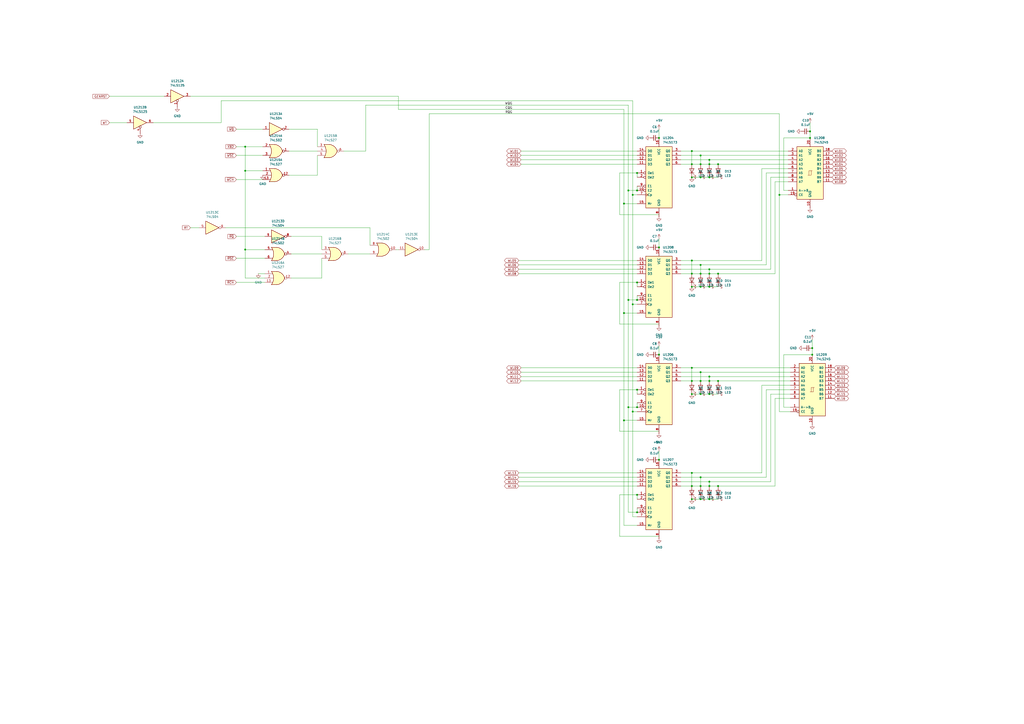
<source format=kicad_sch>
(kicad_sch (version 20231120) (generator "eeschema") (generator_version "8.0")
  (paper "A2")
  (lib_symbols
    (symbol "74xx:74LS02" (pin_names (offset 1.016))
      (property "Reference" "U" (at 0 1.27 0))
      (property "Value" "74LS02" (at 0 -1.27 0))
      (symbol "74LS02_1_1"
        (pin output inverted (at 7.62 0 180) (length 3.81) (name "~") (number "1"))
        (pin input line (at -7.62 2.54 0) (length 4.318) (name "~") (number "2"))
        (pin input line (at -7.62 -2.54 0) (length 4.318) (name "~") (number "3"))
      )
      (symbol "74LS02_1_2"
        (pin output line (at 7.62 0 180) (length 3.81) (name "~") (number "1"))
        (pin input inverted (at -7.62 2.54 0) (length 3.81) (name "~") (number "2"))
        (pin input inverted (at -7.62 -2.54 0) (length 3.81) (name "~") (number "3"))
      )
      (symbol "74LS02_2_1"
        (pin output inverted (at 7.62 0 180) (length 3.81) (name "~") (number "4"))
        (pin input line (at -7.62 2.54 0) (length 4.318) (name "~") (number "5"))
        (pin input line (at -7.62 -2.54 0) (length 4.318) (name "~") (number "6"))
      )
      (symbol "74LS02_2_2"
        (pin output line (at 7.62 0 180) (length 3.81) (name "~") (number "4"))
        (pin input inverted (at -7.62 2.54 0) (length 3.81) (name "~") (number "5"))
        (pin input inverted (at -7.62 -2.54 0) (length 3.81) (name "~") (number "6"))
      )
      (symbol "74LS02_3_1"
        (pin output inverted (at 7.62 0 180) (length 3.81) (name "~") (number "10"))
        (pin input line (at -7.62 2.54 0) (length 4.318) (name "~") (number "8"))
        (pin input line (at -7.62 -2.54 0) (length 4.318) (name "~") (number "9"))
      )
      (symbol "74LS02_3_2"
        (pin output line (at 7.62 0 180) (length 3.81) (name "~") (number "10"))
        (pin input inverted (at -7.62 2.54 0) (length 3.81) (name "~") (number "8"))
        (pin input inverted (at -7.62 -2.54 0) (length 3.81) (name "~") (number "9"))
      )
      (symbol "74LS02_4_1"
        (pin input line (at -7.62 2.54 0) (length 4.318) (name "~") (number "11"))
        (pin input line (at -7.62 -2.54 0) (length 4.318) (name "~") (number "12"))
        (pin output inverted (at 7.62 0 180) (length 3.81) (name "~") (number "13"))
      )
      (symbol "74LS02_4_2"
        (pin input inverted (at -7.62 2.54 0) (length 3.81) (name "~") (number "11"))
        (pin input inverted (at -7.62 -2.54 0) (length 3.81) (name "~") (number "12"))
        (pin output line (at 7.62 0 180) (length 3.81) (name "~") (number "13"))
      )
      (symbol "74LS02_5_0"
        (pin power_in line (at 0 12.7 270) (length 5.08) (name "VCC") (number "14"))
        (pin power_in line (at 0 -12.7 90) (length 5.08) (name "GND") (number "7"))
      )
    )
    (symbol "74xx:74LS04"
      (property "Reference" "U" (at 0 1.27 0))
      (property "Value" "74LS04" (at 0 -1.27 0))
      (symbol "74LS04_1_0"
        (pin input line (at -7.62 0 0) (length 3.81) (name "~") (number "1"))
        (pin output inverted (at 7.62 0 180) (length 3.81) (name "~") (number "2"))
      )
      (symbol "74LS04_2_0"
        (pin input line (at -7.62 0 0) (length 3.81) (name "~") (number "3"))
        (pin output inverted (at 7.62 0 180) (length 3.81) (name "~") (number "4"))
      )
      (symbol "74LS04_3_0"
        (pin input line (at -7.62 0 0) (length 3.81) (name "~") (number "5"))
        (pin output inverted (at 7.62 0 180) (length 3.81) (name "~") (number "6"))
      )
      (symbol "74LS04_4_0"
        (pin output inverted (at 7.62 0 180) (length 3.81) (name "~") (number "8"))
        (pin input line (at -7.62 0 0) (length 3.81) (name "~") (number "9"))
      )
      (symbol "74LS04_5_0"
        (pin output inverted (at 7.62 0 180) (length 3.81) (name "~") (number "10"))
        (pin input line (at -7.62 0 0) (length 3.81) (name "~") (number "11"))
      )
      (symbol "74LS04_6_0"
        (pin output inverted (at 7.62 0 180) (length 3.81) (name "~") (number "12"))
        (pin input line (at -7.62 0 0) (length 3.81) (name "~") (number "13"))
      )
      (symbol "74LS04_7_0"
        (pin power_in line (at 0 12.7 270) (length 5.08) (name "VCC") (number "14"))
        (pin power_in line (at 0 -12.7 90) (length 5.08) (name "GND") (number "7"))
      )
    )
    (symbol "74xx:74LS125" (pin_names (offset 1.016))
      (property "Reference" "U" (at 0 1.27 0))
      (property "Value" "74LS125" (at 0 -1.27 0))
      (symbol "74LS125_1_0"
        (pin input inverted (at 0 -6.35 90) (length 4.445) (name "~") (number "1"))
        (pin input line (at -7.62 0 0) (length 3.81) (name "~") (number "2"))
        (pin tri_state line (at 7.62 0 180) (length 3.81) (name "~") (number "3"))
      )
      (symbol "74LS125_2_0"
        (pin input inverted (at 0 -6.35 90) (length 4.445) (name "~") (number "4"))
        (pin input line (at -7.62 0 0) (length 3.81) (name "~") (number "5"))
        (pin tri_state line (at 7.62 0 180) (length 3.81) (name "~") (number "6"))
      )
      (symbol "74LS125_3_0"
        (pin input inverted (at 0 -6.35 90) (length 4.445) (name "~") (number "10"))
        (pin tri_state line (at 7.62 0 180) (length 3.81) (name "~") (number "8"))
        (pin input line (at -7.62 0 0) (length 3.81) (name "~") (number "9"))
      )
      (symbol "74LS125_4_0"
        (pin tri_state line (at 7.62 0 180) (length 3.81) (name "~") (number "11"))
        (pin input line (at -7.62 0 0) (length 3.81) (name "~") (number "12"))
        (pin input inverted (at 0 -6.35 90) (length 4.445) (name "~") (number "13"))
      )
      (symbol "74LS125_5_0"
        (pin power_in line (at 0 12.7 270) (length 5.08) (name "VCC") (number "14"))
        (pin power_in line (at 0 -12.7 90) (length 5.08) (name "GND") (number "7"))
      )
    )
    (symbol "74xx:74LS173" (pin_names (offset 1.016))
      (property "Reference" "U" (at -7.62 19.05 0))
      (property "Value" "74LS173" (at -7.62 -19.05 0))
      (symbol "74LS173_1_0"
        (pin input inverted (at -12.7 2.54 0) (length 5.08) (name "Oe1") (number "1"))
        (pin input inverted (at -12.7 -7.62 0) (length 5.08) (name "E2") (number "10"))
        (pin input line (at -12.7 7.62 0) (length 5.08) (name "D3") (number "11"))
        (pin input line (at -12.7 10.16 0) (length 5.08) (name "D2") (number "12"))
        (pin input line (at -12.7 12.7 0) (length 5.08) (name "D1") (number "13"))
        (pin input line (at -12.7 15.24 0) (length 5.08) (name "D0") (number "14"))
        (pin input line (at -12.7 -15.24 0) (length 5.08) (name "Mr") (number "15"))
        (pin power_in line (at 0 22.86 270) (length 5.08) (name "VCC") (number "16"))
        (pin input inverted (at -12.7 0 0) (length 5.08) (name "Oe2") (number "2"))
        (pin tri_state line (at 12.7 15.24 180) (length 5.08) (name "Q0") (number "3"))
        (pin tri_state line (at 12.7 12.7 180) (length 5.08) (name "Q1") (number "4"))
        (pin tri_state line (at 12.7 10.16 180) (length 5.08) (name "Q2") (number "5"))
        (pin tri_state line (at 12.7 7.62 180) (length 5.08) (name "Q3") (number "6"))
        (pin input clock (at -12.7 -10.16 0) (length 5.08) (name "Cp") (number "7"))
        (pin power_in line (at 0 -22.86 90) (length 5.08) (name "GND") (number "8"))
        (pin input inverted (at -12.7 -5.08 0) (length 5.08) (name "E1") (number "9"))
      )
    )
    (symbol "74xx:74LS245" (pin_names (offset 1.016))
      (property "Reference" "U" (at -7.62 16.51 0))
      (property "Value" "74LS245" (at -7.62 -16.51 0))
      (symbol "74LS245_1_0"
        (pin input line (at -12.7 -10.16 0) (length 5.08) (name "A->B") (number "1"))
        (pin power_in line (at 0 -20.32 90) (length 5.08) (name "GND") (number "10"))
        (pin tri_state line (at 12.7 -5.08 180) (length 5.08) (name "B7") (number "11"))
        (pin tri_state line (at 12.7 -2.54 180) (length 5.08) (name "B6") (number "12"))
        (pin tri_state line (at 12.7 0 180) (length 5.08) (name "B5") (number "13"))
        (pin tri_state line (at 12.7 2.54 180) (length 5.08) (name "B4") (number "14"))
        (pin tri_state line (at 12.7 5.08 180) (length 5.08) (name "B3") (number "15"))
        (pin tri_state line (at 12.7 7.62 180) (length 5.08) (name "B2") (number "16"))
        (pin tri_state line (at 12.7 10.16 180) (length 5.08) (name "B1") (number "17"))
        (pin tri_state line (at 12.7 12.7 180) (length 5.08) (name "B0") (number "18"))
        (pin input inverted (at -12.7 -12.7 0) (length 5.08) (name "CE") (number "19"))
        (pin tri_state line (at -12.7 12.7 0) (length 5.08) (name "A0") (number "2"))
        (pin power_in line (at 0 20.32 270) (length 5.08) (name "VCC") (number "20"))
        (pin tri_state line (at -12.7 10.16 0) (length 5.08) (name "A1") (number "3"))
        (pin tri_state line (at -12.7 7.62 0) (length 5.08) (name "A2") (number "4"))
        (pin tri_state line (at -12.7 5.08 0) (length 5.08) (name "A3") (number "5"))
        (pin tri_state line (at -12.7 2.54 0) (length 5.08) (name "A4") (number "6"))
        (pin tri_state line (at -12.7 0 0) (length 5.08) (name "A5") (number "7"))
        (pin tri_state line (at -12.7 -2.54 0) (length 5.08) (name "A6") (number "8"))
        (pin tri_state line (at -12.7 -5.08 0) (length 5.08) (name "A7") (number "9"))
      )
    )
    (symbol "74xx:74LS27" (pin_names (offset 1.016))
      (property "Reference" "U" (at 0 1.27 0))
      (property "Value" "74LS27" (at 0 -1.27 0))
      (symbol "74LS27_1_1"
        (pin input line (at -7.62 2.54 0) (length 4.318) (name "~") (number "1"))
        (pin output inverted (at 7.62 0 180) (length 3.81) (name "~") (number "12"))
        (pin input line (at -7.62 -2.54 0) (length 4.318) (name "~") (number "13"))
        (pin input line (at -7.62 0 0) (length 4.953) (name "~") (number "2"))
      )
      (symbol "74LS27_1_2"
        (pin input inverted (at -7.62 2.54 0) (length 3.81) (name "~") (number "1"))
        (pin output line (at 7.62 0 180) (length 3.81) (name "~") (number "12"))
        (pin input inverted (at -7.62 -2.54 0) (length 3.81) (name "~") (number "13"))
        (pin input inverted (at -7.62 0 0) (length 3.81) (name "~") (number "2"))
      )
      (symbol "74LS27_2_1"
        (pin input line (at -7.62 2.54 0) (length 4.318) (name "~") (number "3"))
        (pin input line (at -7.62 0 0) (length 4.953) (name "~") (number "4"))
        (pin input line (at -7.62 -2.54 0) (length 4.318) (name "~") (number "5"))
        (pin output inverted (at 7.62 0 180) (length 3.81) (name "~") (number "6"))
      )
      (symbol "74LS27_2_2"
        (pin input inverted (at -7.62 2.54 0) (length 3.81) (name "~") (number "3"))
        (pin input inverted (at -7.62 0 0) (length 3.81) (name "~") (number "4"))
        (pin input inverted (at -7.62 -2.54 0) (length 3.81) (name "~") (number "5"))
        (pin output line (at 7.62 0 180) (length 3.81) (name "~") (number "6"))
      )
      (symbol "74LS27_3_1"
        (pin input line (at -7.62 0 0) (length 4.953) (name "~") (number "10"))
        (pin input line (at -7.62 -2.54 0) (length 4.318) (name "~") (number "11"))
        (pin output inverted (at 7.62 0 180) (length 3.81) (name "~") (number "8"))
        (pin input line (at -7.62 2.54 0) (length 4.318) (name "~") (number "9"))
      )
      (symbol "74LS27_3_2"
        (pin input inverted (at -7.62 0 0) (length 3.81) (name "~") (number "10"))
        (pin input inverted (at -7.62 -2.54 0) (length 3.81) (name "~") (number "11"))
        (pin output line (at 7.62 0 180) (length 3.81) (name "~") (number "8"))
        (pin input inverted (at -7.62 2.54 0) (length 3.81) (name "~") (number "9"))
      )
      (symbol "74LS27_4_0"
        (pin power_in line (at 0 12.7 270) (length 5.08) (name "VCC") (number "14"))
        (pin power_in line (at 0 -12.7 90) (length 5.08) (name "GND") (number "7"))
      )
    )
    (symbol "Device:C_Small" (pin_numbers hide) (pin_names (offset 0.254) hide)
      (property "Reference" "C" (at 0.254 1.778 0))
      (property "Value" "C_Small" (at 0.254 -2.032 0))
      (symbol "C_Small_1_1"
        (pin passive line (at 0 2.54 270) (length 2.032) (name "~") (number "1"))
        (pin passive line (at 0 -2.54 90) (length 2.032) (name "~") (number "2"))
      )
    )
    (symbol "Device:LED" (pin_numbers hide) (pin_names (offset 1.016) hide)
      (property "Reference" "D" (at 0 2.54 0))
      (property "Value" "LED" (at 0 -2.54 0))
      (symbol "LED_1_1"
        (pin passive line (at -3.81 0 0) (length 2.54) (name "K") (number "1"))
        (pin passive line (at 3.81 0 180) (length 2.54) (name "A") (number "2"))
      )
    )
    (symbol "power:+5V" (power) (pin_numbers hide) (pin_names (offset 0) hide)
      (property "Value" "+5V" (at 0 3.556 0))
      (symbol "+5V_1_1"
        (pin power_in line (at 0 0 90) (length 0) (name "~") (number "1"))
      )
    )
    (symbol "power:GND" (power) (pin_numbers hide) (pin_names (offset 0) hide)
      (property "Value" "GND" (at 0 -3.81 0))
      (symbol "GND_1_1"
        (pin power_in line (at 0 0 270) (length 0) (name "~") (number "1"))
      )
    )
  )
  (junction (at 406.4 166.37))
  (junction (at 401.32 151.13))
  (junction (at 411.48 166.37))
  (junction (at 401.32 102.87))
  (junction (at 401.32 158.75))
  (junction (at 411.48 220.98))
  (junction (at 382.27 205.74))
  (junction (at 361.95 243.84))
  (junction (at 411.48 95.25))
  (junction (at 411.48 92.71))
  (junction (at 369.57 287.02))
  (junction (at 369.57 173.99))
  (junction (at 361.95 118.11))
  (junction (at 471.17 205.74))
  (junction (at 406.4 158.75))
  (junction (at 364.49 236.22))
  (junction (at 361.95 181.61))
  (junction (at 469.9 76.2))
  (junction (at 364.49 173.99))
  (junction (at 401.32 274.32))
  (junction (at 142.24 85.09))
  (junction (at 401.32 228.6))
  (junction (at 411.48 158.75))
  (junction (at 369.57 226.06))
  (junction (at 416.56 158.75))
  (junction (at 406.4 289.56))
  (junction (at 401.32 289.56))
  (junction (at 369.57 297.18))
  (junction (at 406.4 228.6))
  (junction (at 452.12 113.03))
  (junction (at 382.27 80.01))
  (junction (at 416.56 95.25))
  (junction (at 411.48 156.21))
  (junction (at 364.49 110.49))
  (junction (at 411.48 218.44))
  (junction (at 142.24 99.06))
  (junction (at 416.56 220.98))
  (junction (at 406.4 102.87))
  (junction (at 401.32 166.37))
  (junction (at 469.9 80.01))
  (junction (at 406.4 95.25))
  (junction (at 406.4 220.98))
  (junction (at 411.48 228.6))
  (junction (at 406.4 215.9))
  (junction (at 369.57 236.22))
  (junction (at 406.4 276.86))
  (junction (at 406.4 90.17))
  (junction (at 471.17 201.93))
  (junction (at 401.32 220.98))
  (junction (at 369.57 110.49))
  (junction (at 367.03 176.53))
  (junction (at 411.48 281.94))
  (junction (at 406.4 281.94))
  (junction (at 367.03 113.03))
  (junction (at 411.48 289.56))
  (junction (at 382.27 143.51))
  (junction (at 369.57 100.33))
  (junction (at 367.03 238.76))
  (junction (at 142.24 144.78))
  (junction (at 369.57 163.83))
  (junction (at 382.27 266.7))
  (junction (at 401.32 87.63))
  (junction (at 411.48 102.87))
  (junction (at 401.32 281.94))
  (junction (at 401.32 213.36))
  (junction (at 411.48 279.4))
  (junction (at 401.32 95.25))
  (junction (at 416.56 281.94))
  (junction (at 406.4 153.67))
  (wire (pts (xy 167.64 87.63) (xy 184.15 87.63)))
  (wire (pts (xy 364.49 110.49) (xy 369.57 110.49)))
  (wire (pts (xy 142.24 144.78) (xy 142.24 161.29)))
  (wire (pts (xy 394.97 276.86) (xy 406.4 276.86)))
  (wire (pts (xy 447.04 156.21) (xy 447.04 102.87)))
  (wire (pts (xy 300.99 158.75) (xy 369.57 158.75)))
  (wire (pts (xy 406.4 90.17) (xy 457.2 90.17)))
  (wire (pts (xy 137.16 137.16) (xy 153.67 137.16)))
  (wire (pts (xy 184.15 74.93) (xy 184.15 85.09)))
  (wire (pts (xy 367.03 238.76) (xy 367.03 176.53)))
  (wire (pts (xy 406.4 90.17) (xy 406.4 95.25)))
  (wire (pts (xy 394.97 220.98) (xy 401.32 220.98)))
  (wire (pts (xy 302.26 213.36) (xy 369.57 213.36)))
  (wire (pts (xy 406.4 289.56) (xy 411.48 289.56)))
  (wire (pts (xy 212.09 60.96) (xy 212.09 87.63)))
  (wire (pts (xy 137.16 163.83) (xy 153.67 163.83)))
  (wire (pts (xy 369.57 294.64) (xy 369.57 297.18)))
  (wire (pts (xy 454.66 205.74) (xy 471.17 205.74)))
  (wire (pts (xy 186.69 137.16) (xy 186.69 144.78)))
  (wire (pts (xy 416.56 220.98) (xy 458.47 220.98)))
  (wire (pts (xy 137.16 149.86) (xy 153.67 149.86)))
  (wire (pts (xy 359.41 250.19) (xy 359.41 226.06)))
  (wire (pts (xy 110.49 55.88) (xy 231.14 55.88)))
  (wire (pts (xy 401.32 87.63) (xy 401.32 95.25)))
  (wire (pts (xy 364.49 173.99) (xy 364.49 236.22)))
  (wire (pts (xy 201.93 147.32) (xy 214.63 147.32)))
  (wire (pts (xy 364.49 60.96) (xy 364.49 110.49)))
  (wire (pts (xy 458.47 231.14) (xy 449.58 231.14)))
  (wire (pts (xy 411.48 218.44) (xy 458.47 218.44)))
  (wire (pts (xy 302.26 220.98) (xy 369.57 220.98)))
  (wire (pts (xy 369.57 163.83) (xy 369.57 166.37)))
  (wire (pts (xy 411.48 92.71) (xy 411.48 95.25)))
  (wire (pts (xy 452.12 113.03) (xy 452.12 66.04)))
  (wire (pts (xy 359.41 226.06) (xy 369.57 226.06)))
  (wire (pts (xy 401.32 158.75) (xy 406.4 158.75)))
  (wire (pts (xy 394.97 213.36) (xy 401.32 213.36)))
  (wire (pts (xy 359.41 187.96) (xy 359.41 163.83)))
  (wire (pts (xy 471.17 201.93) (xy 471.17 205.74)))
  (wire (pts (xy 401.32 213.36) (xy 458.47 213.36)))
  (wire (pts (xy 411.48 289.56) (xy 416.56 289.56)))
  (wire (pts (xy 411.48 220.98) (xy 416.56 220.98)))
  (wire (pts (xy 454.66 236.22) (xy 454.66 205.74)))
  (wire (pts (xy 394.97 153.67) (xy 406.4 153.67)))
  (wire (pts (xy 369.57 238.76) (xy 367.03 238.76)))
  (wire (pts (xy 401.32 166.37) (xy 406.4 166.37)))
  (wire (pts (xy 406.4 95.25) (xy 411.48 95.25)))
  (wire (pts (xy 364.49 236.22) (xy 369.57 236.22)))
  (wire (pts (xy 441.96 223.52) (xy 458.47 223.52)))
  (wire (pts (xy 457.2 113.03) (xy 452.12 113.03)))
  (wire (pts (xy 394.97 274.32) (xy 401.32 274.32)))
  (wire (pts (xy 401.32 102.87) (xy 406.4 102.87)))
  (wire (pts (xy 441.96 151.13) (xy 441.96 97.79)))
  (wire (pts (xy 382.27 311.15) (xy 359.41 311.15)))
  (wire (pts (xy 406.4 158.75) (xy 411.48 158.75)))
  (wire (pts (xy 416.56 95.25) (xy 457.2 95.25)))
  (wire (pts (xy 401.32 228.6) (xy 406.4 228.6)))
  (wire (pts (xy 361.95 304.8) (xy 361.95 243.84)))
  (wire (pts (xy 449.58 105.41) (xy 449.58 158.75)))
  (wire (pts (xy 184.15 101.6) (xy 167.64 101.6)))
  (wire (pts (xy 444.5 226.06) (xy 444.5 276.86)))
  (wire (pts (xy 382.27 250.19) (xy 359.41 250.19)))
  (wire (pts (xy 401.32 151.13) (xy 441.96 151.13)))
  (wire (pts (xy 406.4 228.6) (xy 411.48 228.6)))
  (wire (pts (xy 137.16 104.14) (xy 152.4 104.14)))
  (wire (pts (xy 394.97 95.25) (xy 401.32 95.25)))
  (wire (pts (xy 471.17 196.85) (xy 471.17 201.93)))
  (wire (pts (xy 457.2 105.41) (xy 449.58 105.41)))
  (wire (pts (xy 128.27 58.42) (xy 367.03 58.42)))
  (wire (pts (xy 359.41 311.15) (xy 359.41 287.02)))
  (wire (pts (xy 367.03 113.03) (xy 367.03 58.42)))
  (wire (pts (xy 359.41 100.33) (xy 369.57 100.33)))
  (wire (pts (xy 447.04 102.87) (xy 457.2 102.87)))
  (wire (pts (xy 444.5 100.33) (xy 444.5 153.67)))
  (wire (pts (xy 394.97 151.13) (xy 401.32 151.13)))
  (wire (pts (xy 186.69 149.86) (xy 186.69 161.29)))
  (wire (pts (xy 411.48 158.75) (xy 416.56 158.75)))
  (wire (pts (xy 406.4 215.9) (xy 458.47 215.9)))
  (wire (pts (xy 302.26 90.17) (xy 369.57 90.17)))
  (wire (pts (xy 300.99 153.67) (xy 369.57 153.67)))
  (wire (pts (xy 302.26 92.71) (xy 369.57 92.71)))
  (wire (pts (xy 394.97 215.9) (xy 406.4 215.9)))
  (wire (pts (xy 300.99 279.4) (xy 369.57 279.4)))
  (wire (pts (xy 369.57 299.72) (xy 367.03 299.72)))
  (wire (pts (xy 411.48 95.25) (xy 416.56 95.25)))
  (wire (pts (xy 361.95 243.84) (xy 361.95 181.61)))
  (wire (pts (xy 401.32 87.63) (xy 457.2 87.63)))
  (wire (pts (xy 382.27 261.62) (xy 382.27 266.7)))
  (wire (pts (xy 369.57 243.84) (xy 361.95 243.84)))
  (wire (pts (xy 406.4 276.86) (xy 406.4 281.94)))
  (wire (pts (xy 231.14 63.5) (xy 231.14 55.88)))
  (wire (pts (xy 367.03 299.72) (xy 367.03 238.76)))
  (wire (pts (xy 300.99 276.86) (xy 369.57 276.86)))
  (wire (pts (xy 458.47 226.06) (xy 444.5 226.06)))
  (wire (pts (xy 441.96 274.32) (xy 441.96 223.52)))
  (wire (pts (xy 406.4 215.9) (xy 406.4 220.98)))
  (wire (pts (xy 458.47 236.22) (xy 454.66 236.22)))
  (wire (pts (xy 394.97 158.75) (xy 401.32 158.75)))
  (wire (pts (xy 411.48 218.44) (xy 411.48 220.98)))
  (wire (pts (xy 248.92 66.04) (xy 248.92 144.78)))
  (wire (pts (xy 168.91 147.32) (xy 186.69 147.32)))
  (wire (pts (xy 454.66 80.01) (xy 469.9 80.01)))
  (wire (pts (xy 406.4 220.98) (xy 411.48 220.98)))
  (wire (pts (xy 300.99 156.21) (xy 369.57 156.21)))
  (wire (pts (xy 394.97 156.21) (xy 411.48 156.21)))
  (wire (pts (xy 401.32 151.13) (xy 401.32 158.75)))
  (wire (pts (xy 406.4 153.67) (xy 406.4 158.75)))
  (wire (pts (xy 88.9 71.12) (xy 128.27 71.12)))
  (wire (pts (xy 411.48 156.21) (xy 411.48 158.75)))
  (wire (pts (xy 401.32 220.98) (xy 406.4 220.98)))
  (wire (pts (xy 416.56 158.75) (xy 449.58 158.75)))
  (wire (pts (xy 411.48 92.71) (xy 457.2 92.71)))
  (wire (pts (xy 63.5 71.12) (xy 73.66 71.12)))
  (wire (pts (xy 137.16 74.93) (xy 152.4 74.93)))
  (wire (pts (xy 447.04 279.4) (xy 447.04 228.6)))
  (wire (pts (xy 359.41 287.02) (xy 369.57 287.02)))
  (wire (pts (xy 153.67 158.75) (xy 149.86 158.75)))
  (wire (pts (xy 367.03 113.03) (xy 369.57 113.03)))
  (wire (pts (xy 300.99 281.94) (xy 369.57 281.94)))
  (wire (pts (xy 394.97 92.71) (xy 411.48 92.71)))
  (wire (pts (xy 406.4 276.86) (xy 444.5 276.86)))
  (wire (pts (xy 401.32 274.32) (xy 401.32 281.94)))
  (wire (pts (xy 369.57 233.68) (xy 369.57 236.22)))
  (wire (pts (xy 411.48 228.6) (xy 416.56 228.6)))
  (wire (pts (xy 382.27 74.93) (xy 382.27 80.01)))
  (wire (pts (xy 406.4 153.67) (xy 444.5 153.67)))
  (wire (pts (xy 406.4 281.94) (xy 411.48 281.94)))
  (wire (pts (xy 364.49 110.49) (xy 364.49 173.99)))
  (wire (pts (xy 469.9 76.2) (xy 469.9 80.01)))
  (wire (pts (xy 137.16 85.09) (xy 142.24 85.09)))
  (wire (pts (xy 369.57 100.33) (xy 369.57 102.87)))
  (wire (pts (xy 361.95 181.61) (xy 361.95 118.11)))
  (wire (pts (xy 447.04 228.6) (xy 458.47 228.6)))
  (wire (pts (xy 364.49 297.18) (xy 369.57 297.18)))
  (wire (pts (xy 248.92 66.04) (xy 452.12 66.04)))
  (wire (pts (xy 401.32 274.32) (xy 441.96 274.32)))
  (wire (pts (xy 367.03 176.53) (xy 367.03 113.03)))
  (wire (pts (xy 142.24 99.06) (xy 152.4 99.06)))
  (wire (pts (xy 457.2 110.49) (xy 454.66 110.49)))
  (wire (pts (xy 369.57 107.95) (xy 369.57 110.49)))
  (wire (pts (xy 382.27 138.43) (xy 382.27 143.51)))
  (wire (pts (xy 411.48 156.21) (xy 447.04 156.21)))
  (wire (pts (xy 167.64 74.93) (xy 184.15 74.93)))
  (wire (pts (xy 302.26 95.25) (xy 369.57 95.25)))
  (wire (pts (xy 142.24 99.06) (xy 142.24 144.78)))
  (wire (pts (xy 359.41 163.83) (xy 369.57 163.83)))
  (wire (pts (xy 110.49 132.08) (xy 115.57 132.08)))
  (wire (pts (xy 302.26 218.44) (xy 369.57 218.44)))
  (wire (pts (xy 369.57 118.11) (xy 361.95 118.11)))
  (wire (pts (xy 302.26 215.9) (xy 369.57 215.9)))
  (wire (pts (xy 394.97 90.17) (xy 406.4 90.17)))
  (wire (pts (xy 367.03 176.53) (xy 369.57 176.53)))
  (wire (pts (xy 401.32 281.94) (xy 406.4 281.94)))
  (wire (pts (xy 449.58 231.14) (xy 449.58 281.94)))
  (wire (pts (xy 142.24 85.09) (xy 152.4 85.09)))
  (wire (pts (xy 406.4 166.37) (xy 411.48 166.37)))
  (wire (pts (xy 130.81 132.08) (xy 214.63 132.08)))
  (wire (pts (xy 411.48 279.4) (xy 447.04 279.4)))
  (wire (pts (xy 411.48 281.94) (xy 416.56 281.94)))
  (wire (pts (xy 411.48 102.87) (xy 416.56 102.87)))
  (wire (pts (xy 369.57 287.02) (xy 369.57 289.56)))
  (wire (pts (xy 382.27 124.46) (xy 359.41 124.46)))
  (wire (pts (xy 184.15 90.17) (xy 184.15 101.6)))
  (wire (pts (xy 469.9 71.12) (xy 469.9 76.2)))
  (wire (pts (xy 212.09 87.63) (xy 199.39 87.63)))
  (wire (pts (xy 369.57 181.61) (xy 361.95 181.61)))
  (wire (pts (xy 394.97 281.94) (xy 401.32 281.94)))
  (wire (pts (xy 128.27 58.42) (xy 128.27 71.12)))
  (wire (pts (xy 168.91 161.29) (xy 186.69 161.29)))
  (wire (pts (xy 369.57 171.45) (xy 369.57 173.99)))
  (wire (pts (xy 364.49 173.99) (xy 369.57 173.99)))
  (wire (pts (xy 394.97 87.63) (xy 401.32 87.63)))
  (wire (pts (xy 369.57 226.06) (xy 369.57 228.6)))
  (wire (pts (xy 401.32 95.25) (xy 406.4 95.25)))
  (wire (pts (xy 364.49 236.22) (xy 364.49 297.18)))
  (wire (pts (xy 229.87 144.78) (xy 231.14 144.78)))
  (wire (pts (xy 95.25 55.88) (xy 63.5 55.88)))
  (wire (pts (xy 369.57 304.8) (xy 361.95 304.8)))
  (wire (pts (xy 457.2 100.33) (xy 444.5 100.33)))
  (wire (pts (xy 214.63 132.08) (xy 214.63 142.24)))
  (wire (pts (xy 441.96 97.79) (xy 457.2 97.79)))
  (wire (pts (xy 382.27 200.66) (xy 382.27 205.74)))
  (wire (pts (xy 382.27 187.96) (xy 359.41 187.96)))
  (wire (pts (xy 142.24 85.09) (xy 142.24 99.06)))
  (wire (pts (xy 452.12 113.03) (xy 452.12 238.76)))
  (wire (pts (xy 394.97 279.4) (xy 411.48 279.4)))
  (wire (pts (xy 231.14 63.5) (xy 361.95 63.5)))
  (wire (pts (xy 401.32 289.56) (xy 406.4 289.56)))
  (wire (pts (xy 302.26 87.63) (xy 369.57 87.63)))
  (wire (pts (xy 452.12 238.76) (xy 458.47 238.76)))
  (wire (pts (xy 394.97 218.44) (xy 411.48 218.44)))
  (wire (pts (xy 300.99 274.32) (xy 369.57 274.32)))
  (wire (pts (xy 411.48 279.4) (xy 411.48 281.94)))
  (wire (pts (xy 406.4 102.87) (xy 411.48 102.87)))
  (wire (pts (xy 454.66 110.49) (xy 454.66 80.01)))
  (wire (pts (xy 300.99 151.13) (xy 369.57 151.13)))
  (wire (pts (xy 168.91 137.16) (xy 186.69 137.16)))
  (wire (pts (xy 142.24 144.78) (xy 153.67 144.78)))
  (wire (pts (xy 212.09 60.96) (xy 364.49 60.96)))
  (wire (pts (xy 361.95 118.11) (xy 361.95 63.5)))
  (wire (pts (xy 401.32 213.36) (xy 401.32 220.98)))
  (wire (pts (xy 416.56 281.94) (xy 449.58 281.94)))
  (wire (pts (xy 411.48 166.37) (xy 416.56 166.37)))
  (wire (pts (xy 142.24 161.29) (xy 153.67 161.29)))
  (wire (pts (xy 359.41 124.46) (xy 359.41 100.33)))
  (wire (pts (xy 137.16 90.17) (xy 152.4 90.17)))
  (wire (pts (xy 246.38 144.78) (xy 248.92 144.78)))
  (label "RQG" (at 297.18 66.04 180))
  (label "CQG" (at 297.18 63.5 180))
  (label "WQG" (at 297.18 60.96 180))
  (global_label "~{WCH}" (shape input) (at 137.16 104.14 180) (property "Intersheetrefs" "${INTERSHEET_REFS}" (effects (hide yes))))
  (global_label "WL06" (shape tri_state) (at 300.99 153.67 180) (property "Intersheetrefs" "${INTERSHEET_REFS}" (effects (hide yes))))
  (global_label "~{RQ}" (shape input) (at 137.16 137.16 180) (property "Intersheetrefs" "${INTERSHEET_REFS}" (effects (hide yes))))
  (global_label "WL01" (shape tri_state) (at 482.6 87.63 0) (property "Intersheetrefs" "${INTERSHEET_REFS}" (effects (hide yes))))
  (global_label "WL05" (shape tri_state) (at 300.99 151.13 180) (property "Intersheetrefs" "${INTERSHEET_REFS}" (effects (hide yes))))
  (global_label "WL04" (shape tri_state) (at 302.26 95.25 180) (property "Intersheetrefs" "${INTERSHEET_REFS}" (effects (hide yes))))
  (global_label "WL07" (shape tri_state) (at 482.6 102.87 0) (property "Intersheetrefs" "${INTERSHEET_REFS}" (effects (hide yes))))
  (global_label "~{RCH}" (shape input) (at 137.16 163.83 180) (property "Intersheetrefs" "${INTERSHEET_REFS}" (effects (hide yes))))
  (global_label "WL11" (shape tri_state) (at 483.87 218.44 0) (property "Intersheetrefs" "${INTERSHEET_REFS}" (effects (hide yes))))
  (global_label "WL06" (shape tri_state) (at 482.6 100.33 0) (property "Intersheetrefs" "${INTERSHEET_REFS}" (effects (hide yes))))
  (global_label "WL08" (shape tri_state) (at 482.6 105.41 0) (property "Intersheetrefs" "${INTERSHEET_REFS}" (effects (hide yes))))
  (global_label "~{WQ}" (shape input) (at 137.16 74.93 180) (property "Intersheetrefs" "${INTERSHEET_REFS}" (effects (hide yes))))
  (global_label "WL02" (shape tri_state) (at 482.6 90.17 0) (property "Intersheetrefs" "${INTERSHEET_REFS}" (effects (hide yes))))
  (global_label "WL02" (shape tri_state) (at 302.26 90.17 180) (property "Intersheetrefs" "${INTERSHEET_REFS}" (effects (hide yes))))
  (global_label "WL10" (shape tri_state) (at 483.87 215.9 0) (property "Intersheetrefs" "${INTERSHEET_REFS}" (effects (hide yes))))
  (global_label "WL05" (shape tri_state) (at 482.6 97.79 0) (property "Intersheetrefs" "${INTERSHEET_REFS}" (effects (hide yes))))
  (global_label "~{WSC}" (shape input) (at 137.16 90.17 180) (property "Intersheetrefs" "${INTERSHEET_REFS}" (effects (hide yes))))
  (global_label "WL11" (shape tri_state) (at 302.26 218.44 180) (property "Intersheetrefs" "${INTERSHEET_REFS}" (effects (hide yes))))
  (global_label "WL08" (shape tri_state) (at 300.99 158.75 180) (property "Intersheetrefs" "${INTERSHEET_REFS}" (effects (hide yes))))
  (global_label "WL14" (shape tri_state) (at 300.99 276.86 180) (property "Intersheetrefs" "${INTERSHEET_REFS}" (effects (hide yes))))
  (global_label "WL12" (shape tri_state) (at 483.87 220.98 0) (property "Intersheetrefs" "${INTERSHEET_REFS}" (effects (hide yes))))
  (global_label "WL09" (shape tri_state) (at 483.87 213.36 0) (property "Intersheetrefs" "${INTERSHEET_REFS}" (effects (hide yes))))
  (global_label "WL15" (shape tri_state) (at 300.99 279.4 180) (property "Intersheetrefs" "${INTERSHEET_REFS}" (effects (hide yes))))
  (global_label "~{XB2}" (shape input) (at 137.16 85.09 180) (property "Intersheetrefs" "${INTERSHEET_REFS}" (effects (hide yes))))
  (global_label "~{RSC}" (shape input) (at 137.16 149.86 180) (property "Intersheetrefs" "${INTERSHEET_REFS}" (effects (hide yes))))
  (global_label "GENRST" (shape input) (at 63.5 55.88 180) (property "Intersheetrefs" "${INTERSHEET_REFS}" (effects (hide yes))))
  (global_label "WL16" (shape tri_state) (at 483.87 231.14 0) (property "Intersheetrefs" "${INTERSHEET_REFS}" (effects (hide yes))))
  (global_label "WL10" (shape tri_state) (at 302.26 215.9 180) (property "Intersheetrefs" "${INTERSHEET_REFS}" (effects (hide yes))))
  (global_label "WL03" (shape tri_state) (at 302.26 92.71 180) (property "Intersheetrefs" "${INTERSHEET_REFS}" (effects (hide yes))))
  (global_label "WL13" (shape tri_state) (at 300.99 274.32 180) (property "Intersheetrefs" "${INTERSHEET_REFS}" (effects (hide yes))))
  (global_label "WL09" (shape tri_state) (at 302.26 213.36 180) (property "Intersheetrefs" "${INTERSHEET_REFS}" (effects (hide yes))))
  (global_label "WL12" (shape tri_state) (at 302.26 220.98 180) (property "Intersheetrefs" "${INTERSHEET_REFS}" (effects (hide yes))))
  (global_label "WL16" (shape tri_state) (at 300.99 281.94 180) (property "Intersheetrefs" "${INTERSHEET_REFS}" (effects (hide yes))))
  (global_label "WL15" (shape tri_state) (at 483.87 228.6 0) (property "Intersheetrefs" "${INTERSHEET_REFS}" (effects (hide yes))))
  (global_label "WL13" (shape tri_state) (at 483.87 223.52 0) (property "Intersheetrefs" "${INTERSHEET_REFS}" (effects (hide yes))))
  (global_label "RT" (shape input) (at 110.49 132.08 180) (property "Intersheetrefs" "${INTERSHEET_REFS}" (effects (hide yes))))
  (global_label "WL07" (shape tri_state) (at 300.99 156.21 180) (property "Intersheetrefs" "${INTERSHEET_REFS}" (effects (hide yes))))
  (global_label "WT" (shape input) (at 63.5 71.12 180) (property "Intersheetrefs" "${INTERSHEET_REFS}" (effects (hide yes))))
  (global_label "WL01" (shape tri_state) (at 302.26 87.63 180) (property "Intersheetrefs" "${INTERSHEET_REFS}" (effects (hide yes))))
  (global_label "WL03" (shape tri_state) (at 482.6 92.71 0) (property "Intersheetrefs" "${INTERSHEET_REFS}" (effects (hide yes))))
  (global_label "WL14" (shape tri_state) (at 483.87 226.06 0) (property "Intersheetrefs" "${INTERSHEET_REFS}" (effects (hide yes))))
  (global_label "WL04" (shape tri_state) (at 482.6 95.25 0) (property "Intersheetrefs" "${INTERSHEET_REFS}" (effects (hide yes))))
  (symbol (lib_id "power:GND") (at 377.19 266.7 270) (unit 1)
    (property "Reference" "#PWR019" (effects (hide yes)))
    (property "Value" "GND" (at 373.38 266.6999 90) (effects (justify right)))
    (property "Description" "Power symbol creates a global label with name \"GND\" , ground" (effects (hide yes)))
  )
  (symbol (lib_id "power:GND") (at 382.27 189.23 0) (unit 1)
    (property "Reference" "#PWR023" (effects (hide yes)))
    (property "Value" "GND" (at 382.27 194.31 0))
    (property "Description" "Power symbol creates a global label with name \"GND\" , ground" (effects (hide yes)))
  )
  (symbol (lib_id "Device:LED") (at 411.48 162.56 90) (unit 1)
    (property "Reference" "D10" (at 415.29 162.8774 90) (effects (justify right)))
    (property "Value" "LED" (at 415.29 165.4174 90) (effects (justify right)))
    (property "Footprint" "LED_THT:LED_D5.0mm_Horizontal_O6.35mm_Z9.0mm" (effects (hide yes)))
    (property "Description" "Light emitting diode" (effects (hide yes)))
  )
  (symbol (lib_id "power:+5V") (at 382.27 200.66 0) (unit 1)
    (property "Reference" "#PWR024" (effects (hide yes)))
    (property "Value" "+5V" (at 382.27 195.58 0))
    (property "Description" "Power symbol creates a global label with name \"+5V\"" (effects (hide yes)))
  )
  (symbol (lib_id "power:GND") (at 401.32 102.87 0) (unit 1)
    (property "Reference" "#PWR028" (effects (hide yes)))
    (property "Value" "GND" (at 401.32 107.95 0))
    (property "Description" "Power symbol creates a global label with name \"GND\" , ground" (effects (hide yes)))
  )
  (symbol (lib_id "Device:LED") (at 416.56 99.06 90) (unit 1)
    (property "Reference" "D13" (at 420.37 99.3774 90) (effects (justify right)))
    (property "Value" "LED" (at 420.37 101.9174 90) (effects (justify right)))
    (property "Footprint" "LED_THT:LED_D5.0mm_Horizontal_O6.35mm_Z9.0mm" (effects (hide yes)))
    (property "Description" "Light emitting diode" (effects (hide yes)))
  )
  (symbol (lib_id "Device:C_Small") (at 379.73 266.7 90) (unit 1)
    (property "Reference" "C9" (at 379.7363 260.35 90))
    (property "Value" "0.1uF" (at 379.7363 262.89 90))
    (property "Footprint" "Capacitor_THT:C_Disc_D5.0mm_W2.5mm_P5.00mm" (effects (hide yes)))
    (property "Description" "Unpolarized capacitor, small symbol" (effects (hide yes)))
  )
  (symbol (lib_id "power:GND") (at 152.4 101.6 0) (unit 1)
    (property "Reference" "#PWR0690" (effects (hide yes)))
    (property "Value" "GND" (at 152.4 106.68 0))
    (property "Description" "Power symbol creates a global label with name \"GND\" , ground" (effects (hide yes)))
  )
  (symbol (lib_id "power:GND") (at 401.32 166.37 0) (unit 1)
    (property "Reference" "#PWR029" (effects (hide yes)))
    (property "Value" "GND" (at 401.32 171.45 0))
    (property "Description" "Power symbol creates a global label with name \"GND\" , ground" (effects (hide yes)))
  )
  (symbol (lib_id "power:GND") (at 466.09 201.93 270) (unit 1)
    (property "Reference" "#PWR033" (effects (hide yes)))
    (property "Value" "GND" (at 462.28 201.9299 90) (effects (justify right)))
    (property "Description" "Power symbol creates a global label with name \"GND\" , ground" (effects (hide yes)))
  )
  (symbol (lib_id "power:+5V") (at 471.17 196.85 0) (unit 1)
    (property "Reference" "#PWR036" (effects (hide yes)))
    (property "Value" "+5V" (at 471.17 191.77 0))
    (property "Description" "Power symbol creates a global label with name \"+5V\"" (effects (hide yes)))
  )
  (symbol (lib_id "power:GND") (at 382.27 312.42 0) (unit 1)
    (property "Reference" "#PWR027" (effects (hide yes)))
    (property "Value" "GND" (at 382.27 317.5 0))
    (property "Description" "Power symbol creates a global label with name \"GND\" , ground" (effects (hide yes)))
  )
  (symbol (lib_id "power:GND") (at 377.19 143.51 270) (unit 1)
    (property "Reference" "#PWR017" (effects (hide yes)))
    (property "Value" "GND" (at 373.38 143.5099 90) (effects (justify right)))
    (property "Description" "Power symbol creates a global label with name \"GND\" , ground" (effects (hide yes)))
  )
  (symbol (lib_id "Device:LED") (at 401.32 99.06 90) (unit 1)
    (property "Reference" "D1" (at 405.13 99.3774 90) (effects (justify right)))
    (property "Value" "LED" (at 405.13 101.9174 90) (effects (justify right)))
    (property "Footprint" "LED_THT:LED_D5.0mm_Horizontal_O6.35mm_Z9.0mm" (effects (hide yes)))
    (property "Description" "Light emitting diode" (effects (hide yes)))
  )
  (symbol (lib_id "74xx:74LS173") (at 382.27 289.56 0) (unit 1)
    (property "Reference" "U1207" (at 384.4641 266.7 0) (effects (justify left)))
    (property "Value" "74LS173" (at 384.4641 269.24 0) (effects (justify left)))
    (property "Footprint" "Package_DIP:DIP-16_W7.62mm" (effects (hide yes)))
    (property "Datasheet" "http://www.ti.com/lit/gpn/sn74LS173" (effects (hide yes)))
    (property "Description" "4-bit D-type Register, 3 state out" (effects (hide yes)))
  )
  (symbol (lib_id "power:GND") (at 469.9 120.65 0) (unit 1)
    (property "Reference" "#PWR035" (effects (hide yes)))
    (property "Value" "GND" (at 469.9 125.73 0))
    (property "Description" "Power symbol creates a global label with name \"GND\" , ground" (effects (hide yes)))
  )
  (symbol (lib_id "power:GND") (at 81.28 77.47 0) (unit 1)
    (property "Reference" "#PWR0672" (effects (hide yes)))
    (property "Value" "GND" (at 81.28 82.55 0))
    (property "Description" "Power symbol creates a global label with name \"GND\" , ground" (effects (hide yes)))
  )
  (symbol (lib_id "power:+5V") (at 382.27 138.43 0) (unit 1)
    (property "Reference" "#PWR022" (effects (hide yes)))
    (property "Value" "+5V" (at 382.27 133.35 0))
    (property "Description" "Power symbol creates a global label with name \"+5V\"" (effects (hide yes)))
  )
  (symbol (lib_id "Device:LED") (at 406.4 285.75 90) (unit 1)
    (property "Reference" "D8" (at 410.21 286.0674 90) (effects (justify right)))
    (property "Value" "LED" (at 410.21 288.6074 90) (effects (justify right)))
    (property "Footprint" "LED_THT:LED_D5.0mm_Horizontal_O6.35mm_Z9.0mm" (effects (hide yes)))
    (property "Description" "Light emitting diode" (effects (hide yes)))
  )
  (symbol (lib_id "74xx:74LS27") (at 161.29 161.29 0) (unit 1)
    (property "Reference" "U1216" (at 161.29 152.4 0))
    (property "Value" "74LS27" (at 161.29 154.94 0))
    (property "Footprint" "Package_DIP:DIP-14_W7.62mm" (effects (hide yes)))
    (property "Datasheet" "http://www.ti.com/lit/gpn/sn74LS27" (effects (hide yes)))
    (property "Description" "Triple 3-input NOR" (effects (hide yes)))
  )
  (symbol (lib_id "power:GND") (at 471.17 246.38 0) (unit 1)
    (property "Reference" "#PWR037" (effects (hide yes)))
    (property "Value" "GND" (at 471.17 251.46 0))
    (property "Description" "Power symbol creates a global label with name \"GND\" , ground" (effects (hide yes)))
  )
  (symbol (lib_id "Device:C_Small") (at 379.73 143.51 90) (unit 1)
    (property "Reference" "C7" (at 379.7363 137.16 90))
    (property "Value" "0.1uF" (at 379.7363 139.7 90))
    (property "Footprint" "Capacitor_THT:C_Disc_D5.0mm_W2.5mm_P5.00mm" (effects (hide yes)))
    (property "Description" "Unpolarized capacitor, small symbol" (effects (hide yes)))
  )
  (symbol (lib_id "Device:LED") (at 416.56 162.56 90) (unit 1)
    (property "Reference" "D14" (at 420.37 162.8774 90) (effects (justify right)))
    (property "Value" "LED" (at 420.37 165.4174 90) (effects (justify right)))
    (property "Footprint" "LED_THT:LED_D5.0mm_Horizontal_O6.35mm_Z9.0mm" (effects (hide yes)))
    (property "Description" "Light emitting diode" (effects (hide yes)))
  )
  (symbol (lib_id "74xx:74LS04") (at 161.29 137.16 0) (unit 4)
    (property "Reference" "U1213" (at 161.29 128.27 0))
    (property "Value" "74LS04" (at 161.29 130.81 0))
    (property "Footprint" "Package_DIP:DIP-14_W7.62mm" (effects (hide yes)))
    (property "Datasheet" "http://www.ti.com/lit/gpn/sn74LS04" (effects (hide yes)))
    (property "Description" "Hex Inverter" (effects (hide yes)))
  )
  (symbol (lib_id "74xx:74LS173") (at 382.27 102.87 0) (unit 1)
    (property "Reference" "U1204" (at 384.4641 80.01 0) (effects (justify left)))
    (property "Value" "74LS173" (at 384.4641 82.55 0) (effects (justify left)))
    (property "Footprint" "Package_DIP:DIP-16_W7.62mm" (effects (hide yes)))
    (property "Datasheet" "http://www.ti.com/lit/gpn/sn74LS173" (effects (hide yes)))
    (property "Description" "4-bit D-type Register, 3 state out" (effects (hide yes)))
  )
  (symbol (lib_id "Device:LED") (at 416.56 285.75 90) (unit 1)
    (property "Reference" "D16" (at 420.37 286.0674 90) (effects (justify right)))
    (property "Value" "LED" (at 420.37 288.6074 90) (effects (justify right)))
    (property "Footprint" "LED_THT:LED_D5.0mm_Horizontal_O6.35mm_Z9.0mm" (effects (hide yes)))
    (property "Description" "Light emitting diode" (effects (hide yes)))
  )
  (symbol (lib_id "74xx:74LS02") (at 160.02 87.63 0) (unit 1)
    (property "Reference" "U1214" (at 160.02 78.74 0))
    (property "Value" "74LS02" (at 160.02 81.28 0))
    (property "Datasheet" "http://www.ti.com/lit/gpn/sn74ls02" (effects (hide yes)))
    (property "Description" "quad 2-input NOR gate" (effects (hide yes)))
  )
  (symbol (lib_id "74xx:74LS173") (at 382.27 166.37 0) (unit 1)
    (property "Reference" "U1208" (at 384.4641 143.51 0) (effects (justify left)))
    (property "Value" "74LS173" (at 384.4641 146.05 0) (effects (justify left)))
    (property "Footprint" "Package_DIP:DIP-16_W7.62mm" (effects (hide yes)))
    (property "Datasheet" "http://www.ti.com/lit/gpn/sn74LS173" (effects (hide yes)))
    (property "Description" "4-bit D-type Register, 3 state out" (effects (hide yes)))
  )
  (symbol (lib_id "power:+5V") (at 469.9 71.12 0) (unit 1)
    (property "Reference" "#PWR034" (effects (hide yes)))
    (property "Value" "+5V" (at 469.9 66.04 0))
    (property "Description" "Power symbol creates a global label with name \"+5V\"" (effects (hide yes)))
  )
  (symbol (lib_id "Device:C_Small") (at 467.36 76.2 90) (unit 1)
    (property "Reference" "C10" (at 467.3663 69.85 90))
    (property "Value" "0.1uF" (at 467.3663 72.39 90))
    (property "Footprint" "Capacitor_THT:C_Disc_D5.0mm_W2.5mm_P5.00mm" (effects (hide yes)))
    (property "Description" "Unpolarized capacitor, small symbol" (effects (hide yes)))
  )
  (symbol (lib_id "74xx:74LS245") (at 471.17 226.06 0) (unit 1)
    (property "Reference" "U1209" (at 473.3641 205.74 0) (effects (justify left)))
    (property "Value" "74LS245" (at 473.3641 208.28 0) (effects (justify left)))
    (property "Footprint" "Package_DIP:DIP-20_W7.62mm" (effects (hide yes)))
    (property "Datasheet" "http://www.ti.com/lit/gpn/sn74LS245" (effects (hide yes)))
    (property "Description" "Octal BUS Transceivers, 3-State outputs" (effects (hide yes)))
  )
  (symbol (lib_id "74xx:74LS04") (at 160.02 74.93 0) (unit 1)
    (property "Reference" "U1213" (at 160.02 66.04 0))
    (property "Value" "74LS04" (at 160.02 68.58 0))
    (property "Footprint" "Package_DIP:DIP-14_W7.62mm" (effects (hide yes)))
    (property "Datasheet" "http://www.ti.com/lit/gpn/sn74LS04" (effects (hide yes)))
    (property "Description" "Hex Inverter" (effects (hide yes)))
  )
  (symbol (lib_id "74xx:74LS04") (at 123.19 132.08 0) (unit 3)
    (property "Reference" "U1213" (at 123.19 123.19 0))
    (property "Value" "74LS04" (at 123.19 125.73 0))
    (property "Footprint" "Package_DIP:DIP-14_W7.62mm" (effects (hide yes)))
    (property "Datasheet" "http://www.ti.com/lit/gpn/sn74LS04" (effects (hide yes)))
    (property "Description" "Hex Inverter" (effects (hide yes)))
  )
  (symbol (lib_id "power:GND") (at 377.19 80.01 270) (unit 1)
    (property "Reference" "#PWR016" (effects (hide yes)))
    (property "Value" "GND" (at 373.38 80.0099 90) (effects (justify right)))
    (property "Description" "Power symbol creates a global label with name \"GND\" , ground" (effects (hide yes)))
  )
  (symbol (lib_id "Device:C_Small") (at 379.73 205.74 90) (unit 1)
    (property "Reference" "C8" (at 379.7363 199.39 90))
    (property "Value" "0.1uF" (at 379.7363 201.93 90))
    (property "Footprint" "Capacitor_THT:C_Disc_D5.0mm_W2.5mm_P5.00mm" (effects (hide yes)))
    (property "Description" "Unpolarized capacitor, small symbol" (effects (hide yes)))
  )
  (symbol (lib_id "Device:C_Small") (at 468.63 201.93 90) (unit 1)
    (property "Reference" "C11" (at 468.6363 195.58 90))
    (property "Value" "0.1uF" (at 468.6363 198.12 90))
    (property "Footprint" "Capacitor_THT:C_Disc_D5.0mm_W2.5mm_P5.00mm" (effects (hide yes)))
    (property "Description" "Unpolarized capacitor, small symbol" (effects (hide yes)))
  )
  (symbol (lib_id "Device:LED") (at 406.4 224.79 90) (unit 1)
    (property "Reference" "D7" (at 410.21 225.1074 90) (effects (justify right)))
    (property "Value" "LED" (at 410.21 227.6474 90) (effects (justify right)))
    (property "Footprint" "LED_THT:LED_D5.0mm_Horizontal_O6.35mm_Z9.0mm" (effects (hide yes)))
    (property "Description" "Light emitting diode" (effects (hide yes)))
  )
  (symbol (lib_id "74xx:74LS173") (at 382.27 228.6 0) (unit 1)
    (property "Reference" "U1206" (at 384.4641 205.74 0) (effects (justify left)))
    (property "Value" "74LS173" (at 384.4641 208.28 0) (effects (justify left)))
    (property "Footprint" "Package_DIP:DIP-16_W7.62mm" (effects (hide yes)))
    (property "Datasheet" "http://www.ti.com/lit/gpn/sn74LS173" (effects (hide yes)))
    (property "Description" "4-bit D-type Register, 3 state out" (effects (hide yes)))
  )
  (symbol (lib_id "Device:LED") (at 411.48 99.06 90) (unit 1)
    (property "Reference" "D9" (at 415.29 99.3774 90) (effects (justify right)))
    (property "Value" "LED" (at 415.29 101.9174 90) (effects (justify right)))
    (property "Footprint" "LED_THT:LED_D5.0mm_Horizontal_O6.35mm_Z9.0mm" (effects (hide yes)))
    (property "Description" "Light emitting diode" (effects (hide yes)))
  )
  (symbol (lib_id "Device:LED") (at 406.4 99.06 90) (unit 1)
    (property "Reference" "D5" (at 410.21 99.3774 90) (effects (justify right)))
    (property "Value" "LED" (at 410.21 101.9174 90) (effects (justify right)))
    (property "Footprint" "LED_THT:LED_D5.0mm_Horizontal_O6.35mm_Z9.0mm" (effects (hide yes)))
    (property "Description" "Light emitting diode" (effects (hide yes)))
  )
  (symbol (lib_id "74xx:74LS245") (at 469.9 100.33 0) (unit 1)
    (property "Reference" "U1208" (at 472.0941 80.01 0) (effects (justify left)))
    (property "Value" "74LS245" (at 472.0941 82.55 0) (effects (justify left)))
    (property "Footprint" "Package_DIP:DIP-20_W7.62mm" (effects (hide yes)))
    (property "Datasheet" "http://www.ti.com/lit/gpn/sn74LS245" (effects (hide yes)))
    (property "Description" "Octal BUS Transceivers, 3-State outputs" (effects (hide yes)))
  )
  (symbol (lib_id "power:GND") (at 149.86 158.75 0) (unit 1)
    (property "Reference" "#PWR0166" (effects (hide yes)))
    (property "Value" "GND" (at 149.86 163.83 0))
    (property "Description" "Power symbol creates a global label with name \"GND\" , ground" (effects (hide yes)))
  )
  (symbol (lib_id "Device:LED") (at 401.32 224.79 90) (unit 1)
    (property "Reference" "D3" (at 405.13 225.1074 90) (effects (justify right)))
    (property "Value" "LED" (at 405.13 227.6474 90) (effects (justify right)))
    (property "Footprint" "LED_THT:LED_D5.0mm_Horizontal_O6.35mm_Z9.0mm" (effects (hide yes)))
    (property "Description" "Light emitting diode" (effects (hide yes)))
  )
  (symbol (lib_id "74xx:74LS04") (at 238.76 144.78 0) (unit 5)
    (property "Reference" "U1213" (at 238.76 135.89 0))
    (property "Value" "74LS04" (at 238.76 138.43 0))
    (property "Footprint" "Package_DIP:DIP-14_W7.62mm" (effects (hide yes)))
    (property "Datasheet" "http://www.ti.com/lit/gpn/sn74LS04" (effects (hide yes)))
    (property "Description" "Hex Inverter" (effects (hide yes)))
  )
  (symbol (lib_id "power:GND") (at 377.19 205.74 270) (unit 1)
    (property "Reference" "#PWR018" (effects (hide yes)))
    (property "Value" "GND" (at 373.38 205.7399 90) (effects (justify right)))
    (property "Description" "Power symbol creates a global label with name \"GND\" , ground" (effects (hide yes)))
  )
  (symbol (lib_id "Device:LED") (at 406.4 162.56 90) (unit 1)
    (property "Reference" "D6" (at 410.21 162.8774 90) (effects (justify right)))
    (property "Value" "LED" (at 410.21 165.4174 90) (effects (justify right)))
    (property "Footprint" "LED_THT:LED_D5.0mm_Horizontal_O6.35mm_Z9.0mm" (effects (hide yes)))
    (property "Description" "Light emitting diode" (effects (hide yes)))
  )
  (symbol (lib_id "power:GND") (at 102.87 62.23 0) (unit 1)
    (property "Reference" "#PWR0673" (effects (hide yes)))
    (property "Value" "GND" (at 102.87 67.31 0))
    (property "Description" "Power symbol creates a global label with name \"GND\" , ground" (effects (hide yes)))
  )
  (symbol (lib_id "74xx:74LS02") (at 161.29 147.32 0) (unit 2)
    (property "Reference" "U1214" (at 161.29 138.43 0))
    (property "Value" "74LS02" (at 161.29 140.97 0))
    (property "Datasheet" "http://www.ti.com/lit/gpn/sn74ls02" (effects (hide yes)))
    (property "Description" "quad 2-input NOR gate" (effects (hide yes)))
  )
  (symbol (lib_id "power:GND") (at 382.27 251.46 0) (unit 1)
    (property "Reference" "#PWR025" (effects (hide yes)))
    (property "Value" "GND" (at 382.27 256.54 0))
    (property "Description" "Power symbol creates a global label with name \"GND\" , ground" (effects (hide yes)))
  )
  (symbol (lib_id "power:GND") (at 401.32 289.56 0) (unit 1)
    (property "Reference" "#PWR031" (effects (hide yes)))
    (property "Value" "GND" (at 401.32 294.64 0))
    (property "Description" "Power symbol creates a global label with name \"GND\" , ground" (effects (hide yes)))
  )
  (symbol (lib_id "Device:LED") (at 411.48 224.79 90) (unit 1)
    (property "Reference" "D11" (at 415.29 225.1074 90) (effects (justify right)))
    (property "Value" "LED" (at 415.29 227.6474 90) (effects (justify right)))
    (property "Footprint" "LED_THT:LED_D5.0mm_Horizontal_O6.35mm_Z9.0mm" (effects (hide yes)))
    (property "Description" "Light emitting diode" (effects (hide yes)))
  )
  (symbol (lib_id "power:GND") (at 464.82 76.2 270) (unit 1)
    (property "Reference" "#PWR032" (effects (hide yes)))
    (property "Value" "GND" (at 461.01 76.1999 90) (effects (justify right)))
    (property "Description" "Power symbol creates a global label with name \"GND\" , ground" (effects (hide yes)))
  )
  (symbol (lib_id "Device:LED") (at 401.32 162.56 90) (unit 1)
    (property "Reference" "D2" (at 405.13 162.8774 90) (effects (justify right)))
    (property "Value" "LED" (at 405.13 165.4174 90) (effects (justify right)))
    (property "Footprint" "LED_THT:LED_D5.0mm_Horizontal_O6.35mm_Z9.0mm" (effects (hide yes)))
    (property "Description" "Light emitting diode" (effects (hide yes)))
  )
  (symbol (lib_id "power:GND") (at 382.27 125.73 0) (unit 1)
    (property "Reference" "#PWR021" (effects (hide yes)))
    (property "Value" "GND" (at 382.27 130.81 0))
    (property "Description" "Power symbol creates a global label with name \"GND\" , ground" (effects (hide yes)))
  )
  (symbol (lib_id "74xx:74LS125") (at 81.28 71.12 0) (unit 2)
    (property "Reference" "U1212" (at 81.28 62.23 0))
    (property "Value" "74LS125" (at 81.28 64.77 0))
    (property "Footprint" "Package_DIP:DIP-14_W7.62mm" (effects (hide yes)))
    (property "Datasheet" "http://www.ti.com/lit/gpn/sn74LS125" (effects (hide yes)))
    (property "Description" "Quad buffer 3-State outputs" (effects (hide yes)))
  )
  (symbol (lib_id "Device:LED") (at 416.56 224.79 90) (unit 1)
    (property "Reference" "D15" (at 420.37 225.1074 90) (effects (justify right)))
    (property "Value" "LED" (at 420.37 227.6474 90) (effects (justify right)))
    (property "Footprint" "LED_THT:LED_D5.0mm_Horizontal_O6.35mm_Z9.0mm" (effects (hide yes)))
    (property "Description" "Light emitting diode" (effects (hide yes)))
  )
  (symbol (lib_id "Device:C_Small") (at 379.73 80.01 90) (unit 1)
    (property "Reference" "C6" (at 379.7363 73.66 90))
    (property "Value" "0.1uF" (at 379.7363 76.2 90))
    (property "Footprint" "Capacitor_THT:C_Disc_D5.0mm_W2.5mm_P5.00mm" (effects (hide yes)))
    (property "Description" "Unpolarized capacitor, small symbol" (effects (hide yes)))
  )
  (symbol (lib_id "74xx:74LS27") (at 191.77 87.63 0) (unit 2)
    (property "Reference" "U1215" (at 191.77 78.74 0))
    (property "Value" "74LS27" (at 191.77 81.28 0))
    (property "Footprint" "Package_DIP:DIP-14_W7.62mm" (effects (hide yes)))
    (property "Datasheet" "http://www.ti.com/lit/gpn/sn74LS27" (effects (hide yes)))
    (property "Description" "Triple 3-input NOR" (effects (hide yes)))
  )
  (symbol (lib_id "74xx:74LS02") (at 222.25 144.78 0) (unit 3)
    (property "Reference" "U1214" (at 222.25 135.89 0))
    (property "Value" "74LS02" (at 222.25 138.43 0))
    (property "Datasheet" "http://www.ti.com/lit/gpn/sn74ls02" (effects (hide yes)))
    (property "Description" "quad 2-input NOR gate" (effects (hide yes)))
  )
  (symbol (lib_id "74xx:74LS125") (at 102.87 55.88 0) (unit 1)
    (property "Reference" "U1212" (at 102.87 46.99 0))
    (property "Value" "74LS125" (at 102.87 49.53 0))
    (property "Footprint" "Package_DIP:DIP-14_W7.62mm" (effects (hide yes)))
    (property "Datasheet" "http://www.ti.com/lit/gpn/sn74LS125" (effects (hide yes)))
    (property "Description" "Quad buffer 3-State outputs" (effects (hide yes)))
  )
  (symbol (lib_id "power:+5V") (at 382.27 74.93 0) (unit 1)
    (property "Reference" "#PWR020" (effects (hide yes)))
    (property "Value" "+5V" (at 382.27 69.85 0))
    (property "Description" "Power symbol creates a global label with name \"+5V\"" (effects (hide yes)))
  )
  (symbol (lib_id "74xx:74LS27") (at 194.31 147.32 0) (unit 2)
    (property "Reference" "U1216" (at 194.31 138.43 0))
    (property "Value" "74LS27" (at 194.31 140.97 0))
    (property "Footprint" "Package_DIP:DIP-14_W7.62mm" (effects (hide yes)))
    (property "Datasheet" "http://www.ti.com/lit/gpn/sn74LS27" (effects (hide yes)))
    (property "Description" "Triple 3-input NOR" (effects (hide yes)))
  )
  (symbol (lib_id "power:GND") (at 401.32 228.6 0) (unit 1)
    (property "Reference" "#PWR030" (effects (hide yes)))
    (property "Value" "GND" (at 401.32 233.68 0))
    (property "Description" "Power symbol creates a global label with name \"GND\" , ground" (effects (hide yes)))
  )
  (symbol (lib_id "Device:LED") (at 401.32 285.75 90) (unit 1)
    (property "Reference" "D4" (at 405.13 286.0674 90) (effects (justify right)))
    (property "Value" "LED" (at 405.13 288.6074 90) (effects (justify right)))
    (property "Footprint" "LED_THT:LED_D5.0mm_Horizontal_O6.35mm_Z9.0mm" (effects (hide yes)))
    (property "Description" "Light emitting diode" (effects (hide yes)))
  )
  (symbol (lib_id "power:+5V") (at 382.27 261.62 0) (unit 1)
    (property "Reference" "#PWR026" (effects (hide yes)))
    (property "Value" "+5V" (at 381 256.54 0))
    (property "Description" "Power symbol creates a global label with name \"+5V\"" (effects (hide yes)))
  )
  (symbol (lib_id "74xx:74LS27") (at 160.02 101.6 0) (unit 1)
    (property "Reference" "U1215" (at 160.02 92.71 0))
    (property "Value" "74LS27" (at 160.02 95.25 0))
    (property "Footprint" "Package_DIP:DIP-14_W7.62mm" (effects (hide yes)))
    (property "Datasheet" "http://www.ti.com/lit/gpn/sn74LS27" (effects (hide yes)))
    (property "Description" "Triple 3-input NOR" (effects (hide yes)))
  )
  (symbol (lib_id "Device:LED") (at 411.48 285.75 90) (unit 1)
    (property "Reference" "D12" (at 415.29 286.0674 90) (effects (justify right)))
    (property "Value" "LED" (at 415.29 288.6074 90) (effects (justify right)))
    (property "Footprint" "LED_THT:LED_D5.0mm_Horizontal_O6.35mm_Z9.0mm" (effects (hide yes)))
    (property "Description" "Light emitting diode" (effects (hide yes)))
  )
)
</source>
